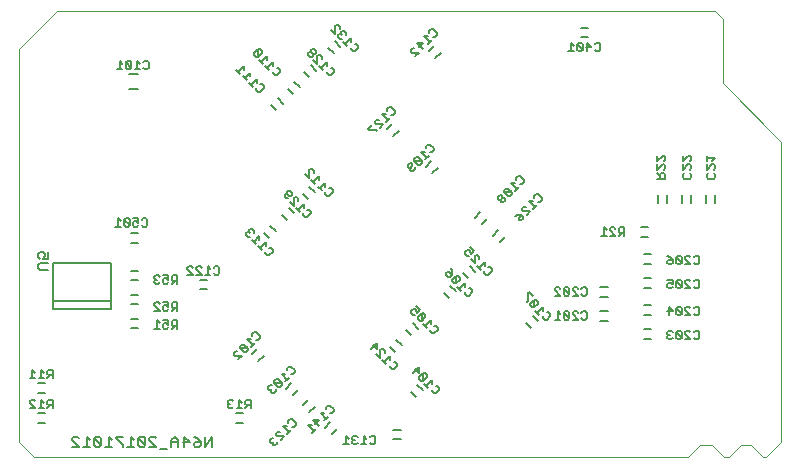
<source format=gbo>
G75*
%MOIN*%
%OFA0B0*%
%FSLAX25Y25*%
%IPPOS*%
%LPD*%
%AMOC8*
5,1,8,0,0,1.08239X$1,22.5*
%
%ADD10C,0.00000*%
%ADD11C,0.00500*%
%ADD12C,0.00600*%
D10*
X0003100Y0006600D02*
X0008100Y0001600D01*
X0226100Y0001600D01*
X0230100Y0005600D01*
X0234100Y0005600D01*
X0238100Y0001600D01*
X0239600Y0001600D01*
X0243600Y0005600D01*
X0247100Y0005600D01*
X0251100Y0001600D01*
X0252100Y0001600D01*
X0257100Y0006600D01*
X0257100Y0106600D01*
X0237600Y0126100D01*
X0237600Y0147600D01*
X0235100Y0150100D01*
X0015600Y0150100D01*
X0003100Y0137600D01*
X0003100Y0006600D01*
D11*
X0020757Y0007185D02*
X0020757Y0007769D01*
X0021341Y0008353D01*
X0022509Y0008353D01*
X0023093Y0007769D01*
X0020757Y0007185D02*
X0023093Y0004850D01*
X0020757Y0004850D01*
X0024441Y0004850D02*
X0026776Y0004850D01*
X0025608Y0004850D02*
X0025608Y0008353D01*
X0026776Y0007185D01*
X0028124Y0007769D02*
X0028124Y0005434D01*
X0028708Y0004850D01*
X0029875Y0004850D01*
X0030459Y0005434D01*
X0028124Y0007769D01*
X0028708Y0008353D01*
X0029875Y0008353D01*
X0030459Y0007769D01*
X0030459Y0005434D01*
X0031807Y0004850D02*
X0034142Y0004850D01*
X0032974Y0004850D02*
X0032974Y0008353D01*
X0034142Y0007185D01*
X0035490Y0007769D02*
X0037825Y0005434D01*
X0037825Y0004850D01*
X0039173Y0004850D02*
X0041508Y0004850D01*
X0040341Y0004850D02*
X0040341Y0008353D01*
X0041508Y0007185D01*
X0042856Y0007769D02*
X0042856Y0005434D01*
X0043440Y0004850D01*
X0044608Y0004850D01*
X0045192Y0005434D01*
X0042856Y0007769D01*
X0043440Y0008353D01*
X0044608Y0008353D01*
X0045192Y0007769D01*
X0045192Y0005434D01*
X0046539Y0004850D02*
X0048875Y0004850D01*
X0046539Y0007185D01*
X0046539Y0007769D01*
X0047123Y0008353D01*
X0048291Y0008353D01*
X0048875Y0007769D01*
X0053906Y0007185D02*
X0053906Y0004850D01*
X0052558Y0004266D02*
X0050223Y0004266D01*
X0053906Y0006601D02*
X0056241Y0006601D01*
X0056241Y0007185D02*
X0055073Y0008353D01*
X0053906Y0007185D01*
X0056241Y0007185D02*
X0056241Y0004850D01*
X0058173Y0004850D02*
X0058173Y0008353D01*
X0059924Y0006601D01*
X0057589Y0006601D01*
X0061272Y0006018D02*
X0061856Y0006601D01*
X0063607Y0006601D01*
X0063607Y0005434D01*
X0063023Y0004850D01*
X0061856Y0004850D01*
X0061272Y0005434D01*
X0061272Y0006018D01*
X0062440Y0007769D02*
X0063607Y0006601D01*
X0062440Y0007769D02*
X0061272Y0008353D01*
X0064955Y0008353D02*
X0064955Y0004850D01*
X0067290Y0008353D01*
X0067290Y0004850D01*
X0086630Y0006668D02*
X0086948Y0006349D01*
X0087585Y0006349D01*
X0087585Y0005712D01*
X0087904Y0005394D01*
X0088541Y0005394D01*
X0089177Y0006031D01*
X0089177Y0006668D01*
X0090306Y0007159D02*
X0091579Y0008433D01*
X0089032Y0008433D01*
X0088713Y0008751D01*
X0088713Y0009388D01*
X0089350Y0010025D01*
X0089987Y0010025D01*
X0091115Y0011790D02*
X0093026Y0009880D01*
X0093663Y0010516D02*
X0092389Y0009243D01*
X0092389Y0011790D02*
X0091115Y0011790D01*
X0092880Y0012918D02*
X0092880Y0013555D01*
X0093517Y0014192D01*
X0094154Y0014192D01*
X0095428Y0012918D01*
X0095428Y0012282D01*
X0094791Y0011645D01*
X0094154Y0011645D01*
X0099448Y0012123D02*
X0101359Y0010213D01*
X0101996Y0010849D02*
X0100722Y0009576D01*
X0100722Y0012123D02*
X0099448Y0012123D01*
X0101850Y0012614D02*
X0103124Y0013888D01*
X0101213Y0013888D01*
X0103124Y0011978D01*
X0104889Y0013743D02*
X0106163Y0015016D01*
X0105526Y0014380D02*
X0103615Y0016290D01*
X0104889Y0016290D01*
X0105380Y0017418D02*
X0105380Y0018055D01*
X0106017Y0018692D01*
X0106654Y0018692D01*
X0107928Y0017418D01*
X0107928Y0016782D01*
X0107291Y0016145D01*
X0106654Y0016145D01*
X0112110Y0008552D02*
X0112110Y0005850D01*
X0113010Y0005850D02*
X0111209Y0005850D01*
X0113010Y0007652D02*
X0112110Y0008552D01*
X0114155Y0008102D02*
X0114155Y0007652D01*
X0114606Y0007201D01*
X0114155Y0006751D01*
X0114155Y0006300D01*
X0114606Y0005850D01*
X0115507Y0005850D01*
X0115957Y0006300D01*
X0117102Y0005850D02*
X0118903Y0005850D01*
X0118003Y0005850D02*
X0118003Y0008552D01*
X0118903Y0007652D01*
X0120048Y0008102D02*
X0120499Y0008552D01*
X0121400Y0008552D01*
X0121850Y0008102D01*
X0121850Y0006300D01*
X0121400Y0005850D01*
X0120499Y0005850D01*
X0120048Y0006300D01*
X0115957Y0008102D02*
X0115507Y0008552D01*
X0114606Y0008552D01*
X0114155Y0008102D01*
X0114606Y0007201D02*
X0115056Y0007201D01*
X0087904Y0006668D02*
X0087585Y0006349D01*
X0086630Y0006668D02*
X0086630Y0007305D01*
X0087267Y0007942D01*
X0087904Y0007942D01*
X0080350Y0017850D02*
X0080350Y0020552D01*
X0078999Y0020552D01*
X0078548Y0020102D01*
X0078548Y0019201D01*
X0078999Y0018751D01*
X0080350Y0018751D01*
X0079449Y0018751D02*
X0078548Y0017850D01*
X0077403Y0017850D02*
X0075602Y0017850D01*
X0076503Y0017850D02*
X0076503Y0020552D01*
X0077403Y0019652D01*
X0074457Y0020102D02*
X0074007Y0020552D01*
X0073106Y0020552D01*
X0072655Y0020102D01*
X0072655Y0019652D01*
X0073106Y0019201D01*
X0072655Y0018751D01*
X0072655Y0018300D01*
X0073106Y0017850D01*
X0074007Y0017850D01*
X0074457Y0018300D01*
X0073556Y0019201D02*
X0073106Y0019201D01*
X0086130Y0024168D02*
X0086448Y0023849D01*
X0087085Y0023849D01*
X0087085Y0023212D01*
X0087404Y0022894D01*
X0088041Y0022894D01*
X0088677Y0023531D01*
X0088677Y0024168D01*
X0089487Y0024978D02*
X0090124Y0024978D01*
X0090761Y0025614D01*
X0090761Y0026251D01*
X0088213Y0026251D01*
X0089487Y0024978D01*
X0088213Y0026251D02*
X0088213Y0026888D01*
X0088850Y0027525D01*
X0089487Y0027525D01*
X0090761Y0026251D01*
X0091889Y0026743D02*
X0093163Y0028016D01*
X0092526Y0027380D02*
X0090615Y0029290D01*
X0091889Y0029290D01*
X0092380Y0030418D02*
X0092380Y0031055D01*
X0093017Y0031692D01*
X0093654Y0031692D01*
X0094928Y0030418D01*
X0094928Y0029782D01*
X0094291Y0029145D01*
X0093654Y0029145D01*
X0087404Y0025442D02*
X0086767Y0025442D01*
X0086130Y0024805D01*
X0086130Y0024168D01*
X0087085Y0023849D02*
X0087404Y0024168D01*
X0077496Y0035349D02*
X0076222Y0034076D01*
X0074948Y0035349D02*
X0074630Y0035668D01*
X0074630Y0036305D01*
X0075267Y0036942D01*
X0075904Y0036942D01*
X0076713Y0037751D02*
X0077987Y0036478D01*
X0078624Y0036478D01*
X0079261Y0037114D01*
X0079261Y0037751D01*
X0076713Y0037751D01*
X0076713Y0038388D01*
X0077350Y0039025D01*
X0077987Y0039025D01*
X0079261Y0037751D01*
X0080389Y0038243D02*
X0081663Y0039516D01*
X0081026Y0038880D02*
X0079115Y0040790D01*
X0080389Y0040790D01*
X0080880Y0041918D02*
X0080880Y0042555D01*
X0081517Y0043192D01*
X0082154Y0043192D01*
X0083428Y0041918D01*
X0083428Y0041282D01*
X0082791Y0040645D01*
X0082154Y0040645D01*
X0077496Y0035349D02*
X0074948Y0035349D01*
X0055850Y0044350D02*
X0055850Y0047052D01*
X0054499Y0047052D01*
X0054048Y0046602D01*
X0054048Y0045701D01*
X0054499Y0045251D01*
X0055850Y0045251D01*
X0054949Y0045251D02*
X0054048Y0044350D01*
X0052903Y0044800D02*
X0052453Y0044350D01*
X0051552Y0044350D01*
X0051102Y0044800D01*
X0051102Y0045701D01*
X0051552Y0046152D01*
X0052003Y0046152D01*
X0052903Y0045701D01*
X0052903Y0047052D01*
X0051102Y0047052D01*
X0049957Y0046152D02*
X0049056Y0047052D01*
X0049056Y0044350D01*
X0049957Y0044350D02*
X0048155Y0044350D01*
X0048155Y0050350D02*
X0049957Y0050350D01*
X0048155Y0052152D01*
X0048155Y0052602D01*
X0048606Y0053052D01*
X0049507Y0053052D01*
X0049957Y0052602D01*
X0051102Y0053052D02*
X0052903Y0053052D01*
X0052903Y0051701D01*
X0052003Y0052152D01*
X0051552Y0052152D01*
X0051102Y0051701D01*
X0051102Y0050800D01*
X0051552Y0050350D01*
X0052453Y0050350D01*
X0052903Y0050800D01*
X0054048Y0050350D02*
X0054949Y0051251D01*
X0054499Y0051251D02*
X0055850Y0051251D01*
X0055850Y0050350D02*
X0055850Y0053052D01*
X0054499Y0053052D01*
X0054048Y0052602D01*
X0054048Y0051701D01*
X0054499Y0051251D01*
X0054048Y0059350D02*
X0054949Y0060251D01*
X0054499Y0060251D02*
X0055850Y0060251D01*
X0055850Y0059350D02*
X0055850Y0062052D01*
X0054499Y0062052D01*
X0054048Y0061602D01*
X0054048Y0060701D01*
X0054499Y0060251D01*
X0052903Y0060701D02*
X0052003Y0061152D01*
X0051552Y0061152D01*
X0051102Y0060701D01*
X0051102Y0059800D01*
X0051552Y0059350D01*
X0052453Y0059350D01*
X0052903Y0059800D01*
X0052903Y0060701D02*
X0052903Y0062052D01*
X0051102Y0062052D01*
X0049957Y0061602D02*
X0049507Y0062052D01*
X0048606Y0062052D01*
X0048155Y0061602D01*
X0048155Y0061152D01*
X0048606Y0060701D01*
X0048155Y0060251D01*
X0048155Y0059800D01*
X0048606Y0059350D01*
X0049507Y0059350D01*
X0049957Y0059800D01*
X0049056Y0060701D02*
X0048606Y0060701D01*
X0059209Y0062350D02*
X0061010Y0062350D01*
X0059209Y0064152D01*
X0059209Y0064602D01*
X0059659Y0065052D01*
X0060560Y0065052D01*
X0061010Y0064602D01*
X0062155Y0064602D02*
X0062606Y0065052D01*
X0063507Y0065052D01*
X0063957Y0064602D01*
X0062155Y0064602D02*
X0062155Y0064152D01*
X0063957Y0062350D01*
X0062155Y0062350D01*
X0065102Y0062350D02*
X0066903Y0062350D01*
X0066003Y0062350D02*
X0066003Y0065052D01*
X0066903Y0064152D01*
X0068048Y0064602D02*
X0068499Y0065052D01*
X0069400Y0065052D01*
X0069850Y0064602D01*
X0069850Y0062800D01*
X0069400Y0062350D01*
X0068499Y0062350D01*
X0068048Y0062800D01*
X0082743Y0071811D02*
X0084017Y0070537D01*
X0083380Y0071174D02*
X0085290Y0073085D01*
X0085290Y0071811D01*
X0086418Y0071320D02*
X0087055Y0071320D01*
X0087692Y0070683D01*
X0087692Y0070046D01*
X0086418Y0068772D01*
X0085782Y0068772D01*
X0085145Y0069409D01*
X0085145Y0070046D01*
X0081933Y0072621D02*
X0080659Y0073894D01*
X0081296Y0073257D02*
X0083207Y0075168D01*
X0083207Y0073894D01*
X0081442Y0076296D02*
X0081442Y0076933D01*
X0080805Y0077570D01*
X0080168Y0077570D01*
X0079850Y0077252D01*
X0079850Y0076615D01*
X0079213Y0076615D01*
X0078894Y0076296D01*
X0078894Y0075659D01*
X0079531Y0075023D01*
X0080168Y0075023D01*
X0080168Y0076296D02*
X0079850Y0076615D01*
X0093359Y0086594D02*
X0094633Y0085321D01*
X0094633Y0087868D01*
X0094951Y0088187D01*
X0095588Y0088187D01*
X0096225Y0087550D01*
X0096225Y0086913D01*
X0097990Y0085785D02*
X0096080Y0083874D01*
X0096717Y0083237D02*
X0095443Y0084511D01*
X0097990Y0084511D02*
X0097990Y0085785D01*
X0099118Y0084020D02*
X0099755Y0084020D01*
X0100392Y0083383D01*
X0100392Y0082746D01*
X0099118Y0081472D01*
X0098482Y0081472D01*
X0097845Y0082109D01*
X0097845Y0082746D01*
X0092868Y0087723D02*
X0092231Y0087723D01*
X0091594Y0088359D01*
X0091594Y0088996D01*
X0092868Y0090270D01*
X0093505Y0090270D01*
X0094142Y0089633D01*
X0094142Y0088996D01*
X0093823Y0088678D01*
X0093186Y0088678D01*
X0092231Y0089633D01*
X0098476Y0095878D02*
X0099750Y0094604D01*
X0099750Y0097152D01*
X0100068Y0097470D01*
X0100705Y0097470D01*
X0101342Y0096833D01*
X0101342Y0096196D01*
X0103107Y0095068D02*
X0103107Y0093794D01*
X0103107Y0095068D02*
X0101196Y0093157D01*
X0101833Y0092521D02*
X0100559Y0093794D01*
X0103280Y0091074D02*
X0105190Y0092985D01*
X0105190Y0091711D01*
X0106318Y0091220D02*
X0106955Y0091220D01*
X0107592Y0090583D01*
X0107592Y0089946D01*
X0106318Y0088672D01*
X0105682Y0088672D01*
X0105045Y0089309D01*
X0105045Y0089946D01*
X0103917Y0090437D02*
X0102643Y0091711D01*
X0132630Y0098168D02*
X0133904Y0096894D01*
X0134541Y0096894D01*
X0135177Y0097531D01*
X0135177Y0098168D01*
X0134222Y0098486D02*
X0133267Y0097531D01*
X0132630Y0098168D02*
X0132630Y0098805D01*
X0133267Y0099442D01*
X0133904Y0099442D01*
X0134222Y0099123D01*
X0134222Y0098486D01*
X0134713Y0100251D02*
X0135987Y0098978D01*
X0136624Y0098978D01*
X0137261Y0099614D01*
X0137261Y0100251D01*
X0134713Y0100251D01*
X0134713Y0100888D01*
X0135350Y0101525D01*
X0135987Y0101525D01*
X0137261Y0100251D01*
X0138389Y0100743D02*
X0139663Y0102016D01*
X0139026Y0101380D02*
X0137115Y0103290D01*
X0138389Y0103290D01*
X0138880Y0104418D02*
X0138880Y0105055D01*
X0139517Y0105692D01*
X0140154Y0105692D01*
X0141428Y0104418D01*
X0141428Y0103782D01*
X0140791Y0103145D01*
X0140154Y0103145D01*
X0126663Y0114516D02*
X0125389Y0113243D01*
X0126026Y0113880D02*
X0124115Y0115790D01*
X0125389Y0115790D01*
X0125880Y0116918D02*
X0125880Y0117555D01*
X0126517Y0118192D01*
X0127154Y0118192D01*
X0128428Y0116918D01*
X0128428Y0116282D01*
X0127791Y0115645D01*
X0127154Y0115645D01*
X0124579Y0112433D02*
X0122032Y0112433D01*
X0121713Y0112751D01*
X0121713Y0113388D01*
X0122350Y0114025D01*
X0122987Y0114025D01*
X0124579Y0112433D02*
X0123306Y0111159D01*
X0122496Y0110349D02*
X0122177Y0110668D01*
X0119630Y0110668D01*
X0119311Y0110986D01*
X0120585Y0112260D01*
X0106918Y0128772D02*
X0106282Y0128772D01*
X0105645Y0129409D01*
X0105645Y0130046D01*
X0104517Y0130537D02*
X0103243Y0131811D01*
X0103880Y0131174D02*
X0105790Y0133085D01*
X0105790Y0131811D01*
X0106918Y0131320D02*
X0107555Y0131320D01*
X0108192Y0130683D01*
X0108192Y0130046D01*
X0106918Y0128772D01*
X0102433Y0132621D02*
X0102433Y0135168D01*
X0102751Y0135487D01*
X0103388Y0135487D01*
X0104025Y0134850D01*
X0104025Y0134213D01*
X0102433Y0132621D02*
X0101159Y0133894D01*
X0100668Y0135023D02*
X0100986Y0135341D01*
X0100986Y0135978D01*
X0100350Y0136615D01*
X0099713Y0136615D01*
X0099394Y0136296D01*
X0099394Y0135659D01*
X0100031Y0135023D01*
X0100668Y0135023D01*
X0100986Y0135978D02*
X0101623Y0135978D01*
X0101942Y0136296D01*
X0101942Y0136933D01*
X0101305Y0137570D01*
X0100668Y0137570D01*
X0100350Y0137252D01*
X0100350Y0136615D01*
X0109478Y0141576D02*
X0110115Y0140939D01*
X0110751Y0140939D01*
X0111243Y0139811D02*
X0112517Y0138537D01*
X0111880Y0139174D02*
X0113790Y0141085D01*
X0113790Y0139811D01*
X0114918Y0139320D02*
X0115555Y0139320D01*
X0116192Y0138683D01*
X0116192Y0138046D01*
X0114918Y0136772D01*
X0114282Y0136772D01*
X0113645Y0137409D01*
X0113645Y0138046D01*
X0112025Y0142213D02*
X0112025Y0142850D01*
X0111388Y0143487D01*
X0110751Y0143487D01*
X0110433Y0143168D01*
X0110433Y0142531D01*
X0109796Y0142531D01*
X0109478Y0142213D01*
X0109478Y0141576D01*
X0110433Y0142531D02*
X0110751Y0142213D01*
X0108350Y0142704D02*
X0108350Y0145252D01*
X0108668Y0145570D01*
X0109305Y0145570D01*
X0109942Y0144933D01*
X0109942Y0144296D01*
X0108350Y0142704D02*
X0107076Y0143978D01*
X0087790Y0133085D02*
X0085880Y0131174D01*
X0086517Y0130537D02*
X0085243Y0131811D01*
X0084433Y0132621D02*
X0083159Y0133894D01*
X0083796Y0133257D02*
X0085707Y0135168D01*
X0085707Y0133894D01*
X0087790Y0133085D02*
X0087790Y0131811D01*
X0088918Y0131320D02*
X0089555Y0131320D01*
X0090192Y0130683D01*
X0090192Y0130046D01*
X0088918Y0128772D01*
X0088282Y0128772D01*
X0087645Y0129409D01*
X0087645Y0130046D01*
X0084055Y0125820D02*
X0084692Y0125183D01*
X0084692Y0124546D01*
X0083418Y0123272D01*
X0082782Y0123272D01*
X0082145Y0123909D01*
X0082145Y0124546D01*
X0081017Y0125037D02*
X0079743Y0126311D01*
X0080380Y0125674D02*
X0082290Y0127585D01*
X0082290Y0126311D01*
X0083418Y0125820D02*
X0084055Y0125820D01*
X0080207Y0128394D02*
X0080207Y0129668D01*
X0078296Y0127757D01*
X0078933Y0127121D02*
X0077659Y0128394D01*
X0076850Y0129204D02*
X0075576Y0130478D01*
X0076213Y0129841D02*
X0078123Y0131752D01*
X0078123Y0130478D01*
X0082031Y0135023D02*
X0081394Y0135659D01*
X0081394Y0136296D01*
X0082668Y0137570D01*
X0082668Y0135023D01*
X0082031Y0135023D01*
X0082668Y0135023D02*
X0083942Y0136296D01*
X0083942Y0136933D01*
X0083305Y0137570D01*
X0082668Y0137570D01*
X0046350Y0133102D02*
X0046350Y0131300D01*
X0045900Y0130850D01*
X0044999Y0130850D01*
X0044548Y0131300D01*
X0043403Y0130850D02*
X0041602Y0130850D01*
X0042503Y0130850D02*
X0042503Y0133552D01*
X0043403Y0132652D01*
X0044548Y0133102D02*
X0044999Y0133552D01*
X0045900Y0133552D01*
X0046350Y0133102D01*
X0040457Y0133102D02*
X0040457Y0131300D01*
X0038655Y0133102D01*
X0038655Y0131300D01*
X0039106Y0130850D01*
X0040007Y0130850D01*
X0040457Y0131300D01*
X0040457Y0133102D02*
X0040007Y0133552D01*
X0039106Y0133552D01*
X0038655Y0133102D01*
X0037510Y0132652D02*
X0036610Y0133552D01*
X0036610Y0130850D01*
X0037510Y0130850D02*
X0035709Y0130850D01*
X0036110Y0081052D02*
X0036110Y0078350D01*
X0037010Y0078350D02*
X0035209Y0078350D01*
X0037010Y0080152D02*
X0036110Y0081052D01*
X0038155Y0080602D02*
X0038155Y0078800D01*
X0038606Y0078350D01*
X0039507Y0078350D01*
X0039957Y0078800D01*
X0038155Y0080602D01*
X0038606Y0081052D01*
X0039507Y0081052D01*
X0039957Y0080602D01*
X0039957Y0078800D01*
X0041102Y0078800D02*
X0041552Y0078350D01*
X0042453Y0078350D01*
X0042903Y0078800D01*
X0042903Y0079701D02*
X0042003Y0080152D01*
X0041552Y0080152D01*
X0041102Y0079701D01*
X0041102Y0078800D01*
X0042903Y0079701D02*
X0042903Y0081052D01*
X0041102Y0081052D01*
X0044048Y0080602D02*
X0044499Y0081052D01*
X0045400Y0081052D01*
X0045850Y0080602D01*
X0045850Y0078800D01*
X0045400Y0078350D01*
X0044499Y0078350D01*
X0044048Y0078800D01*
X0121031Y0038933D02*
X0122305Y0037659D01*
X0122305Y0039570D01*
X0120394Y0037659D01*
X0122159Y0035894D02*
X0123433Y0034621D01*
X0123433Y0037168D01*
X0123751Y0037487D01*
X0124388Y0037487D01*
X0125025Y0036850D01*
X0125025Y0036213D01*
X0126790Y0035085D02*
X0124880Y0033174D01*
X0125517Y0032537D02*
X0124243Y0033811D01*
X0126790Y0033811D02*
X0126790Y0035085D01*
X0127918Y0033320D02*
X0128555Y0033320D01*
X0129192Y0032683D01*
X0129192Y0032046D01*
X0127918Y0030772D01*
X0127282Y0030772D01*
X0126645Y0031409D01*
X0126645Y0032046D01*
X0134394Y0029659D02*
X0136305Y0031570D01*
X0136305Y0029659D01*
X0135031Y0030933D01*
X0137751Y0029487D02*
X0136478Y0028213D01*
X0136478Y0027576D01*
X0137115Y0026939D01*
X0137751Y0026939D01*
X0137751Y0029487D01*
X0138388Y0029487D01*
X0139025Y0028850D01*
X0139025Y0028213D01*
X0137751Y0026939D01*
X0138243Y0025811D02*
X0139517Y0024537D01*
X0138880Y0025174D02*
X0140790Y0027085D01*
X0140790Y0025811D01*
X0141918Y0025320D02*
X0142555Y0025320D01*
X0143192Y0024683D01*
X0143192Y0024046D01*
X0141918Y0022772D01*
X0141282Y0022772D01*
X0140645Y0023409D01*
X0140645Y0024046D01*
X0140782Y0042772D02*
X0140145Y0043409D01*
X0140145Y0044046D01*
X0139017Y0044537D02*
X0137743Y0045811D01*
X0138380Y0045174D02*
X0140290Y0047085D01*
X0140290Y0045811D01*
X0141418Y0045320D02*
X0142055Y0045320D01*
X0142692Y0044683D01*
X0142692Y0044046D01*
X0141418Y0042772D01*
X0140782Y0042772D01*
X0137251Y0046939D02*
X0136615Y0046939D01*
X0135978Y0047576D01*
X0135978Y0048213D01*
X0137251Y0049487D01*
X0137251Y0046939D01*
X0138525Y0048213D01*
X0138525Y0048850D01*
X0137888Y0049487D01*
X0137251Y0049487D01*
X0136760Y0050615D02*
X0135805Y0049659D01*
X0135486Y0050615D01*
X0135168Y0050933D01*
X0134531Y0050933D01*
X0133894Y0050296D01*
X0133894Y0049659D01*
X0134531Y0049023D01*
X0135168Y0049023D01*
X0136760Y0050615D02*
X0135486Y0051889D01*
X0147478Y0060076D02*
X0148115Y0059439D01*
X0148751Y0059439D01*
X0148751Y0061987D01*
X0147478Y0060713D01*
X0147478Y0060076D01*
X0148751Y0059439D02*
X0150025Y0060713D01*
X0150025Y0061350D01*
X0149388Y0061987D01*
X0148751Y0061987D01*
X0147305Y0062159D02*
X0146350Y0063115D01*
X0145713Y0063115D01*
X0145394Y0062796D01*
X0145394Y0062159D01*
X0146031Y0061523D01*
X0146668Y0061523D01*
X0147305Y0062159D01*
X0147305Y0063433D01*
X0146986Y0064389D01*
X0151894Y0069159D02*
X0152531Y0068523D01*
X0153168Y0068523D01*
X0153805Y0069159D02*
X0153486Y0070115D01*
X0153168Y0070433D01*
X0152531Y0070433D01*
X0151894Y0069796D01*
X0151894Y0069159D01*
X0153805Y0069159D02*
X0154760Y0070115D01*
X0153486Y0071389D01*
X0155251Y0068987D02*
X0155888Y0068987D01*
X0156525Y0068350D01*
X0156525Y0067713D01*
X0155251Y0068987D02*
X0154933Y0068668D01*
X0154933Y0066121D01*
X0153659Y0067394D01*
X0155743Y0065311D02*
X0157017Y0064037D01*
X0156380Y0064674D02*
X0158290Y0066585D01*
X0158290Y0065311D01*
X0159418Y0064820D02*
X0160055Y0064820D01*
X0160692Y0064183D01*
X0160692Y0063546D01*
X0159418Y0062272D01*
X0158782Y0062272D01*
X0158145Y0062909D01*
X0158145Y0063546D01*
X0151790Y0059585D02*
X0149880Y0057674D01*
X0150517Y0057037D02*
X0149243Y0058311D01*
X0151790Y0058311D02*
X0151790Y0059585D01*
X0152918Y0057820D02*
X0153555Y0057820D01*
X0154192Y0057183D01*
X0154192Y0056546D01*
X0152918Y0055272D01*
X0152282Y0055272D01*
X0151645Y0055909D01*
X0151645Y0056546D01*
X0172350Y0053204D02*
X0172668Y0053523D01*
X0172668Y0056070D01*
X0172986Y0056389D01*
X0174260Y0055115D01*
X0174751Y0053987D02*
X0174751Y0051439D01*
X0174115Y0051439D01*
X0173478Y0052076D01*
X0173478Y0052713D01*
X0174751Y0053987D01*
X0175388Y0053987D01*
X0176025Y0053350D01*
X0176025Y0052713D01*
X0174751Y0051439D01*
X0175243Y0050311D02*
X0176517Y0049037D01*
X0175880Y0049674D02*
X0177790Y0051585D01*
X0177790Y0050311D01*
X0178918Y0049820D02*
X0179555Y0049820D01*
X0180192Y0049183D01*
X0180192Y0048546D01*
X0178918Y0047272D01*
X0178282Y0047272D01*
X0177645Y0047909D01*
X0177645Y0048546D01*
X0181709Y0047350D02*
X0183510Y0047350D01*
X0182610Y0047350D02*
X0182610Y0050052D01*
X0183510Y0049152D01*
X0184655Y0049602D02*
X0186457Y0047800D01*
X0186007Y0047350D01*
X0185106Y0047350D01*
X0184655Y0047800D01*
X0184655Y0049602D01*
X0185106Y0050052D01*
X0186007Y0050052D01*
X0186457Y0049602D01*
X0186457Y0047800D01*
X0187602Y0047350D02*
X0189403Y0047350D01*
X0187602Y0049152D01*
X0187602Y0049602D01*
X0188052Y0050052D01*
X0188953Y0050052D01*
X0189403Y0049602D01*
X0190548Y0049602D02*
X0190999Y0050052D01*
X0191900Y0050052D01*
X0192350Y0049602D01*
X0192350Y0047800D01*
X0191900Y0047350D01*
X0190999Y0047350D01*
X0190548Y0047800D01*
X0190999Y0055350D02*
X0190548Y0055800D01*
X0190999Y0055350D02*
X0191900Y0055350D01*
X0192350Y0055800D01*
X0192350Y0057602D01*
X0191900Y0058052D01*
X0190999Y0058052D01*
X0190548Y0057602D01*
X0189403Y0057602D02*
X0188953Y0058052D01*
X0188052Y0058052D01*
X0187602Y0057602D01*
X0187602Y0057152D01*
X0189403Y0055350D01*
X0187602Y0055350D01*
X0186457Y0055800D02*
X0184655Y0057602D01*
X0184655Y0055800D01*
X0185106Y0055350D01*
X0186007Y0055350D01*
X0186457Y0055800D01*
X0186457Y0057602D01*
X0186007Y0058052D01*
X0185106Y0058052D01*
X0184655Y0057602D01*
X0183510Y0057602D02*
X0183060Y0058052D01*
X0182159Y0058052D01*
X0181709Y0057602D01*
X0181709Y0057152D01*
X0183510Y0055350D01*
X0181709Y0055350D01*
X0197155Y0075350D02*
X0198957Y0075350D01*
X0198056Y0075350D02*
X0198056Y0078052D01*
X0198957Y0077152D01*
X0200102Y0077152D02*
X0201903Y0075350D01*
X0200102Y0075350D01*
X0200102Y0077152D02*
X0200102Y0077602D01*
X0200552Y0078052D01*
X0201453Y0078052D01*
X0201903Y0077602D01*
X0203048Y0077602D02*
X0203048Y0076701D01*
X0203499Y0076251D01*
X0204850Y0076251D01*
X0203949Y0076251D02*
X0203048Y0075350D01*
X0204850Y0075350D02*
X0204850Y0078052D01*
X0203499Y0078052D01*
X0203048Y0077602D01*
X0219209Y0068552D02*
X0220110Y0068102D01*
X0221010Y0067201D01*
X0219659Y0067201D01*
X0219209Y0066751D01*
X0219209Y0066300D01*
X0219659Y0065850D01*
X0220560Y0065850D01*
X0221010Y0066300D01*
X0221010Y0067201D01*
X0222155Y0066300D02*
X0222606Y0065850D01*
X0223507Y0065850D01*
X0223957Y0066300D01*
X0222155Y0068102D01*
X0222155Y0066300D01*
X0222155Y0068102D02*
X0222606Y0068552D01*
X0223507Y0068552D01*
X0223957Y0068102D01*
X0223957Y0066300D01*
X0225102Y0065850D02*
X0226903Y0065850D01*
X0225102Y0067652D01*
X0225102Y0068102D01*
X0225552Y0068552D01*
X0226453Y0068552D01*
X0226903Y0068102D01*
X0228048Y0068102D02*
X0228499Y0068552D01*
X0229400Y0068552D01*
X0229850Y0068102D01*
X0229850Y0066300D01*
X0229400Y0065850D01*
X0228499Y0065850D01*
X0228048Y0066300D01*
X0228499Y0060552D02*
X0229400Y0060552D01*
X0229850Y0060102D01*
X0229850Y0058300D01*
X0229400Y0057850D01*
X0228499Y0057850D01*
X0228048Y0058300D01*
X0226903Y0057850D02*
X0225102Y0057850D01*
X0223957Y0058300D02*
X0222155Y0060102D01*
X0222155Y0058300D01*
X0222606Y0057850D01*
X0223507Y0057850D01*
X0223957Y0058300D01*
X0223957Y0060102D01*
X0223507Y0060552D01*
X0222606Y0060552D01*
X0222155Y0060102D01*
X0221010Y0060552D02*
X0221010Y0059201D01*
X0220110Y0059652D01*
X0219659Y0059652D01*
X0219209Y0059201D01*
X0219209Y0058300D01*
X0219659Y0057850D01*
X0220560Y0057850D01*
X0221010Y0058300D01*
X0221010Y0060552D02*
X0219209Y0060552D01*
X0225102Y0060102D02*
X0225102Y0059652D01*
X0226903Y0057850D01*
X0226903Y0060102D02*
X0226453Y0060552D01*
X0225552Y0060552D01*
X0225102Y0060102D01*
X0228048Y0060102D02*
X0228499Y0060552D01*
X0228499Y0051552D02*
X0229400Y0051552D01*
X0229850Y0051102D01*
X0229850Y0049300D01*
X0229400Y0048850D01*
X0228499Y0048850D01*
X0228048Y0049300D01*
X0226903Y0048850D02*
X0225102Y0048850D01*
X0223957Y0049300D02*
X0222155Y0051102D01*
X0222155Y0049300D01*
X0222606Y0048850D01*
X0223507Y0048850D01*
X0223957Y0049300D01*
X0223957Y0051102D01*
X0223507Y0051552D01*
X0222606Y0051552D01*
X0222155Y0051102D01*
X0221010Y0050201D02*
X0219209Y0050201D01*
X0219659Y0048850D02*
X0219659Y0051552D01*
X0221010Y0050201D01*
X0225102Y0050652D02*
X0225102Y0051102D01*
X0225552Y0051552D01*
X0226453Y0051552D01*
X0226903Y0051102D01*
X0228048Y0051102D02*
X0228499Y0051552D01*
X0226903Y0048850D02*
X0225102Y0050652D01*
X0225552Y0043552D02*
X0226453Y0043552D01*
X0226903Y0043102D01*
X0228048Y0043102D02*
X0228499Y0043552D01*
X0229400Y0043552D01*
X0229850Y0043102D01*
X0229850Y0041300D01*
X0229400Y0040850D01*
X0228499Y0040850D01*
X0228048Y0041300D01*
X0226903Y0040850D02*
X0225102Y0042652D01*
X0225102Y0043102D01*
X0225552Y0043552D01*
X0223957Y0043102D02*
X0223507Y0043552D01*
X0222606Y0043552D01*
X0222155Y0043102D01*
X0223957Y0041300D01*
X0223507Y0040850D01*
X0222606Y0040850D01*
X0222155Y0041300D01*
X0222155Y0043102D01*
X0221010Y0043102D02*
X0220560Y0043552D01*
X0219659Y0043552D01*
X0219209Y0043102D01*
X0219209Y0042652D01*
X0219659Y0042201D01*
X0219209Y0041751D01*
X0219209Y0041300D01*
X0219659Y0040850D01*
X0220560Y0040850D01*
X0221010Y0041300D01*
X0220110Y0042201D02*
X0219659Y0042201D01*
X0223957Y0041300D02*
X0223957Y0043102D01*
X0225102Y0040850D02*
X0226903Y0040850D01*
X0171177Y0081031D02*
X0170541Y0080394D01*
X0169904Y0080394D01*
X0169585Y0080713D01*
X0169585Y0081349D01*
X0170541Y0082305D01*
X0171177Y0081668D01*
X0171177Y0081031D01*
X0170541Y0082305D02*
X0169267Y0082305D01*
X0168311Y0081986D01*
X0170713Y0083751D02*
X0170713Y0084388D01*
X0171350Y0085025D01*
X0171987Y0085025D01*
X0170713Y0083751D02*
X0171032Y0083433D01*
X0173579Y0083433D01*
X0172306Y0082159D01*
X0174389Y0084243D02*
X0175663Y0085516D01*
X0175026Y0084880D02*
X0173115Y0086790D01*
X0174389Y0086790D01*
X0174880Y0087918D02*
X0174880Y0088555D01*
X0175517Y0089192D01*
X0176154Y0089192D01*
X0177428Y0087918D01*
X0177428Y0087282D01*
X0176791Y0086645D01*
X0176154Y0086645D01*
X0169663Y0091516D02*
X0168389Y0090243D01*
X0169026Y0090880D02*
X0167115Y0092790D01*
X0168389Y0092790D01*
X0168880Y0093918D02*
X0168880Y0094555D01*
X0169517Y0095192D01*
X0170154Y0095192D01*
X0171428Y0093918D01*
X0171428Y0093282D01*
X0170791Y0092645D01*
X0170154Y0092645D01*
X0167261Y0089751D02*
X0165987Y0091025D01*
X0165350Y0091025D01*
X0164713Y0090388D01*
X0164713Y0089751D01*
X0167261Y0089751D01*
X0167261Y0089114D01*
X0166624Y0088478D01*
X0165987Y0088478D01*
X0164713Y0089751D01*
X0163904Y0088942D02*
X0164222Y0088623D01*
X0164222Y0087986D01*
X0163585Y0087349D01*
X0163585Y0086712D01*
X0163904Y0086394D01*
X0164541Y0086394D01*
X0165177Y0087031D01*
X0165177Y0087668D01*
X0164859Y0087986D01*
X0164222Y0087986D01*
X0163585Y0087349D02*
X0162948Y0087349D01*
X0162630Y0087668D01*
X0162630Y0088305D01*
X0163267Y0088942D01*
X0163904Y0088942D01*
X0215850Y0094350D02*
X0218552Y0094350D01*
X0218552Y0095701D01*
X0218102Y0096152D01*
X0217201Y0096152D01*
X0216751Y0095701D01*
X0216751Y0094350D01*
X0216751Y0095251D02*
X0215850Y0096152D01*
X0215850Y0097297D02*
X0217652Y0099098D01*
X0218102Y0099098D01*
X0218552Y0098648D01*
X0218552Y0097747D01*
X0218102Y0097297D01*
X0215850Y0097297D02*
X0215850Y0099098D01*
X0215850Y0100243D02*
X0217652Y0102045D01*
X0218102Y0102045D01*
X0218552Y0101594D01*
X0218552Y0100693D01*
X0218102Y0100243D01*
X0215850Y0100243D02*
X0215850Y0102045D01*
X0224350Y0102045D02*
X0224350Y0100243D01*
X0226152Y0102045D01*
X0226602Y0102045D01*
X0227052Y0101594D01*
X0227052Y0100693D01*
X0226602Y0100243D01*
X0226602Y0099098D02*
X0226152Y0099098D01*
X0224350Y0097297D01*
X0224350Y0099098D01*
X0226602Y0099098D02*
X0227052Y0098648D01*
X0227052Y0097747D01*
X0226602Y0097297D01*
X0226602Y0096152D02*
X0227052Y0095701D01*
X0227052Y0094800D01*
X0226602Y0094350D01*
X0224800Y0094350D01*
X0224350Y0094800D01*
X0224350Y0095701D01*
X0224800Y0096152D01*
X0232350Y0095701D02*
X0232350Y0094800D01*
X0232800Y0094350D01*
X0234602Y0094350D01*
X0235052Y0094800D01*
X0235052Y0095701D01*
X0234602Y0096152D01*
X0234602Y0097297D02*
X0235052Y0097747D01*
X0235052Y0098648D01*
X0234602Y0099098D01*
X0234152Y0099098D01*
X0232350Y0097297D01*
X0232350Y0099098D01*
X0232350Y0100243D02*
X0232350Y0102045D01*
X0232350Y0101144D02*
X0235052Y0101144D01*
X0234152Y0100243D01*
X0232800Y0096152D02*
X0232350Y0095701D01*
X0196400Y0136850D02*
X0195499Y0136850D01*
X0195048Y0137300D01*
X0196400Y0136850D02*
X0196850Y0137300D01*
X0196850Y0139102D01*
X0196400Y0139552D01*
X0195499Y0139552D01*
X0195048Y0139102D01*
X0193903Y0138201D02*
X0192552Y0139552D01*
X0192552Y0136850D01*
X0192102Y0138201D02*
X0193903Y0138201D01*
X0190957Y0137300D02*
X0189155Y0139102D01*
X0189155Y0137300D01*
X0189606Y0136850D01*
X0190507Y0136850D01*
X0190957Y0137300D01*
X0190957Y0139102D01*
X0190507Y0139552D01*
X0189606Y0139552D01*
X0189155Y0139102D01*
X0188010Y0138652D02*
X0187110Y0139552D01*
X0187110Y0136850D01*
X0188010Y0136850D02*
X0186209Y0136850D01*
X0142428Y0142282D02*
X0141791Y0141645D01*
X0141154Y0141645D01*
X0140663Y0140516D02*
X0139389Y0139243D01*
X0140026Y0139880D02*
X0138115Y0141790D01*
X0139389Y0141790D01*
X0139880Y0142918D02*
X0139880Y0143555D01*
X0140517Y0144192D01*
X0141154Y0144192D01*
X0142428Y0142918D01*
X0142428Y0142282D01*
X0137624Y0139388D02*
X0136350Y0138114D01*
X0137624Y0137478D02*
X0135713Y0139388D01*
X0137624Y0139388D01*
X0134904Y0137942D02*
X0134267Y0137942D01*
X0133630Y0137305D01*
X0133630Y0136668D01*
X0133948Y0136349D01*
X0136496Y0136349D01*
X0135222Y0135076D01*
X0014350Y0030552D02*
X0012999Y0030552D01*
X0012548Y0030102D01*
X0012548Y0029201D01*
X0012999Y0028751D01*
X0014350Y0028751D01*
X0013449Y0028751D02*
X0012548Y0027850D01*
X0011403Y0027850D02*
X0009602Y0027850D01*
X0010503Y0027850D02*
X0010503Y0030552D01*
X0011403Y0029652D01*
X0008457Y0029652D02*
X0007556Y0030552D01*
X0007556Y0027850D01*
X0008457Y0027850D02*
X0006655Y0027850D01*
X0014350Y0027850D02*
X0014350Y0030552D01*
X0014350Y0020552D02*
X0012999Y0020552D01*
X0012548Y0020102D01*
X0012548Y0019201D01*
X0012999Y0018751D01*
X0014350Y0018751D01*
X0013449Y0018751D02*
X0012548Y0017850D01*
X0011403Y0017850D02*
X0009602Y0017850D01*
X0010503Y0017850D02*
X0010503Y0020552D01*
X0011403Y0019652D01*
X0008457Y0020102D02*
X0008007Y0020552D01*
X0007106Y0020552D01*
X0006655Y0020102D01*
X0006655Y0019652D01*
X0008457Y0017850D01*
X0006655Y0017850D01*
X0014350Y0017850D02*
X0014350Y0020552D01*
X0035490Y0008353D02*
X0035490Y0007769D01*
X0035490Y0008353D02*
X0037825Y0008353D01*
D12*
X0011850Y0013037D02*
X0009350Y0013037D01*
X0009350Y0016162D02*
X0011850Y0016162D01*
X0011850Y0023037D02*
X0009350Y0023037D01*
X0009350Y0026162D02*
X0011850Y0026162D01*
X0040350Y0044537D02*
X0042850Y0044537D01*
X0042850Y0047662D02*
X0040350Y0047662D01*
X0040350Y0052537D02*
X0042850Y0052537D01*
X0042850Y0055662D02*
X0040350Y0055662D01*
X0040350Y0060537D02*
X0042850Y0060537D01*
X0042850Y0063662D02*
X0040350Y0063662D01*
X0033746Y0066277D02*
X0033746Y0053710D01*
X0014454Y0053710D01*
X0014454Y0066277D01*
X0033746Y0066277D01*
X0040350Y0073038D02*
X0042850Y0073038D01*
X0042850Y0076163D02*
X0040350Y0076163D01*
X0063350Y0060662D02*
X0065850Y0060662D01*
X0065850Y0057537D02*
X0063350Y0057537D01*
X0084611Y0076379D02*
X0086379Y0074611D01*
X0088589Y0076821D02*
X0086821Y0078589D01*
X0090711Y0082379D02*
X0092479Y0080611D01*
X0094689Y0082821D02*
X0092921Y0084589D01*
X0097611Y0089379D02*
X0099379Y0087611D01*
X0101589Y0089821D02*
X0099821Y0091589D01*
X0127821Y0108611D02*
X0129589Y0110379D01*
X0127379Y0112589D02*
X0125611Y0110821D01*
X0138611Y0098321D02*
X0140379Y0100089D01*
X0142589Y0097879D02*
X0140821Y0096111D01*
X0155111Y0081321D02*
X0156879Y0083089D01*
X0159089Y0080879D02*
X0157321Y0079111D01*
X0161111Y0075321D02*
X0162879Y0077089D01*
X0165089Y0074879D02*
X0163321Y0073111D01*
X0155089Y0063321D02*
X0153321Y0065089D01*
X0151111Y0062879D02*
X0152879Y0061111D01*
X0148589Y0056821D02*
X0146821Y0058589D01*
X0144611Y0056379D02*
X0146379Y0054611D01*
X0136089Y0044321D02*
X0134321Y0046089D01*
X0132111Y0043879D02*
X0133879Y0042111D01*
X0130589Y0038821D02*
X0128821Y0040589D01*
X0126611Y0038379D02*
X0128379Y0036611D01*
X0135821Y0025589D02*
X0137589Y0023821D01*
X0135379Y0021611D02*
X0133611Y0023379D01*
X0130350Y0010663D02*
X0127850Y0010663D01*
X0127850Y0007537D02*
X0130350Y0007537D01*
X0109089Y0010879D02*
X0107321Y0009111D01*
X0105111Y0011321D02*
X0106879Y0013089D01*
X0101589Y0018379D02*
X0099821Y0016611D01*
X0097611Y0018821D02*
X0099379Y0020589D01*
X0096089Y0023879D02*
X0094321Y0022111D01*
X0092111Y0024321D02*
X0093879Y0026089D01*
X0084589Y0035379D02*
X0082821Y0033611D01*
X0080611Y0035821D02*
X0082379Y0037589D01*
X0077850Y0016162D02*
X0075350Y0016162D01*
X0075350Y0013037D02*
X0077850Y0013037D01*
X0033746Y0050923D02*
X0014454Y0050923D01*
X0014454Y0053710D01*
X0012803Y0063900D02*
X0009967Y0063900D01*
X0009400Y0064467D01*
X0009400Y0065601D01*
X0009967Y0066169D01*
X0012803Y0066169D01*
X0012803Y0067583D02*
X0011101Y0067583D01*
X0011669Y0068717D01*
X0011669Y0069285D01*
X0011101Y0069852D01*
X0009967Y0069852D01*
X0009400Y0069285D01*
X0009400Y0068150D01*
X0009967Y0067583D01*
X0012803Y0067583D02*
X0012803Y0069852D01*
X0033746Y0053710D02*
X0033746Y0050923D01*
X0088879Y0117111D02*
X0087111Y0118879D01*
X0089321Y0121089D02*
X0091089Y0119321D01*
X0094379Y0122611D02*
X0092611Y0124379D01*
X0094821Y0126589D02*
X0096589Y0124821D01*
X0099879Y0128111D02*
X0098111Y0129879D01*
X0100321Y0132089D02*
X0102089Y0130321D01*
X0107915Y0136076D02*
X0106147Y0137843D01*
X0108357Y0140053D02*
X0110124Y0138285D01*
X0139611Y0136821D02*
X0141379Y0138589D01*
X0143589Y0136379D02*
X0141821Y0134611D01*
X0190350Y0141538D02*
X0192850Y0141538D01*
X0192850Y0144663D02*
X0190350Y0144663D01*
X0216037Y0088850D02*
X0216037Y0086350D01*
X0219162Y0086350D02*
X0219162Y0088850D01*
X0224037Y0088850D02*
X0224037Y0086350D01*
X0227162Y0086350D02*
X0227162Y0088850D01*
X0232037Y0088850D02*
X0232037Y0086350D01*
X0235162Y0086350D02*
X0235162Y0088850D01*
X0212850Y0078163D02*
X0210350Y0078163D01*
X0210350Y0075038D02*
X0212850Y0075038D01*
X0213850Y0069163D02*
X0211350Y0069163D01*
X0211350Y0066038D02*
X0213850Y0066038D01*
X0213850Y0061162D02*
X0211350Y0061162D01*
X0211350Y0058037D02*
X0213850Y0058037D01*
X0213850Y0052162D02*
X0211350Y0052162D01*
X0211350Y0049037D02*
X0213850Y0049037D01*
X0213850Y0044162D02*
X0211350Y0044162D01*
X0211350Y0041038D02*
X0213850Y0041038D01*
X0199350Y0047037D02*
X0196850Y0047037D01*
X0196850Y0050162D02*
X0199350Y0050162D01*
X0199350Y0055037D02*
X0196850Y0055037D01*
X0196850Y0058162D02*
X0199350Y0058162D01*
X0176089Y0046821D02*
X0174321Y0048589D01*
X0172111Y0046379D02*
X0173879Y0044611D01*
X0042600Y0124100D02*
X0039600Y0124100D01*
X0039600Y0129100D02*
X0042600Y0129100D01*
M02*

</source>
